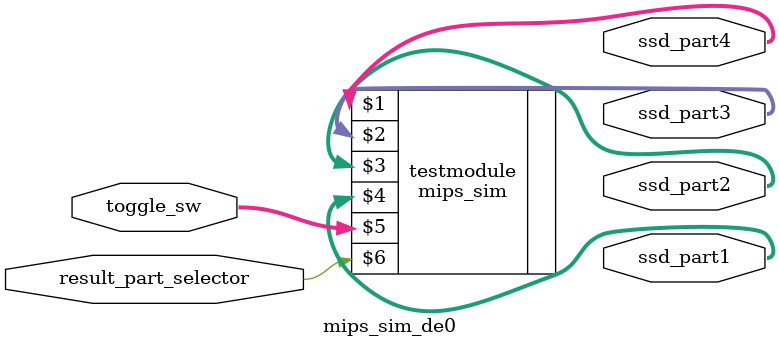
<source format=v>

module mips_sim_de0
(
// {ALTERA_ARGS_BEGIN} DO NOT REMOVE THIS LINE!

	result_part_selector,
	ssd_part1,
	ssd_part2,
	ssd_part3,
	ssd_part4,
	toggle_sw
// {ALTERA_ARGS_END} DO NOT REMOVE THIS LINE!

);

// {ALTERA_IO_BEGIN} DO NOT REMOVE THIS LINE!
input			result_part_selector;
output	[6:0]	ssd_part1;
output	[6:0]	ssd_part2;
output	[6:0]	ssd_part3;
output	[6:0]	ssd_part4;
input	[3:0]	toggle_sw;

// {ALTERA_IO_END} DO NOT REMOVE THIS LINE!
// {ALTERA_MODULE_BEGIN} DO NOT REMOVE THIS LINE!
mips_sim testmodule(ssd_part4, ssd_part3, ssd_part2, ssd_part1, toggle_sw, result_part_selector);
// {ALTERA_MODULE_END} DO NOT REMOVE THIS LINE!
endmodule

</source>
